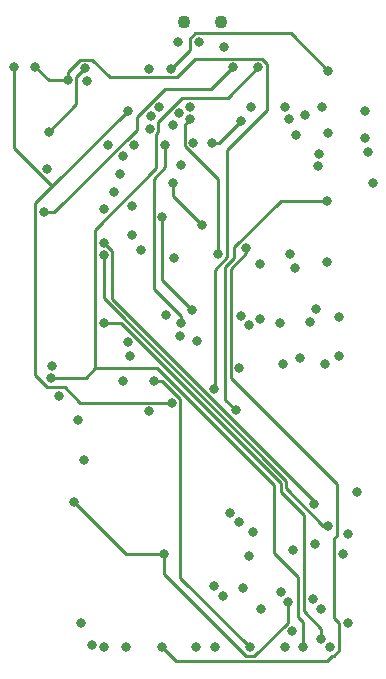
<source format=gbr>
%TF.GenerationSoftware,KiCad,Pcbnew,(6.0.2)*%
%TF.CreationDate,2022-09-17T11:41:15-05:00*%
%TF.ProjectId,REF2160,52454632-3136-4302-9e6b-696361645f70,rev?*%
%TF.SameCoordinates,Original*%
%TF.FileFunction,Copper,L2,Inr*%
%TF.FilePolarity,Positive*%
%FSLAX46Y46*%
G04 Gerber Fmt 4.6, Leading zero omitted, Abs format (unit mm)*
G04 Created by KiCad (PCBNEW (6.0.2)) date 2022-09-17 11:41:15*
%MOMM*%
%LPD*%
G01*
G04 APERTURE LIST*
%TA.AperFunction,ComponentPad*%
%ADD10C,1.100000*%
%TD*%
%TA.AperFunction,ViaPad*%
%ADD11C,0.800000*%
%TD*%
%TA.AperFunction,Conductor*%
%ADD12C,0.250000*%
%TD*%
G04 APERTURE END LIST*
D10*
%TO.N,N/C*%
%TO.C,J3*%
X153106000Y-71823000D03*
X150043835Y-71820600D03*
%TD*%
D11*
%TO.N,/USB.VCC*%
X162219900Y-75937900D03*
X148927300Y-75761300D03*
%TO.N,/USB.D-*%
X139444600Y-103485400D03*
X149520100Y-73494900D03*
%TO.N,/USB.D+*%
X151277100Y-73524600D03*
X141000000Y-105546000D03*
%TO.N,/GND*%
X162382600Y-124749800D03*
X161194900Y-96118700D03*
X154804300Y-96675200D03*
X143215000Y-87624500D03*
X141804500Y-76831700D03*
X153411100Y-73948500D03*
%TO.N,/PIC.RC0*%
X147080000Y-104770800D03*
X145745000Y-82225900D03*
%TO.N,/PIC.RC1*%
X138867000Y-100933200D03*
X138540200Y-81136200D03*
X141628000Y-75710900D03*
%TO.N,/PIC.RC2*%
X144819800Y-102175100D03*
%TO.N,/PIC.RB4*%
X145264700Y-98918000D03*
X145565400Y-89868400D03*
%TO.N,/PIC.RB6*%
X146394600Y-91090500D03*
X145412400Y-100046400D03*
%TO.N,/PIC.RC7*%
X149630200Y-98364900D03*
%TO.N,/PIC.RC6*%
X151119800Y-98773700D03*
%TO.N,/PIC.RC3*%
X149777800Y-97334000D03*
X148404600Y-82221200D03*
%TO.N,/PIC.RC4*%
X140160300Y-76743300D03*
X152528500Y-102839100D03*
X137386700Y-75590600D03*
%TO.N,/PIC.RC5*%
X148970100Y-104046300D03*
X145236500Y-79309000D03*
X135611300Y-75627300D03*
%TO.N,/PIC.CLKOUT*%
X148487900Y-96572700D03*
%TO.N,/VCC*%
X150660100Y-96165100D03*
X147097300Y-80826400D03*
X148171500Y-88331100D03*
X140657500Y-112419900D03*
X148333300Y-116858400D03*
X158800000Y-120900000D03*
%TO.N,/IRQ*%
X148133000Y-124752500D03*
X155300200Y-90951100D03*
%TO.N,/CLK*%
X147070600Y-75756300D03*
X141296700Y-122663100D03*
%TO.N,/Sys.CS1*%
X147924600Y-78993100D03*
X143266100Y-124748200D03*
%TO.N,/Sys.Reset*%
X147177900Y-79727800D03*
X145071000Y-124758800D03*
%TO.N,/Sys.CS2*%
X142259400Y-124521300D03*
X149610200Y-79537600D03*
%TO.N,/D0*%
X151057000Y-124740800D03*
X150524200Y-78989500D03*
%TO.N,/D1*%
X152889000Y-91480700D03*
X152620000Y-124716700D03*
X150542300Y-80060400D03*
%TO.N,/D2*%
X149043400Y-80552200D03*
X149130400Y-91767700D03*
%TO.N,/D3*%
X155602000Y-124754500D03*
X150812500Y-82016900D03*
X147469700Y-102226200D03*
%TO.N,/D4*%
X152347600Y-82054200D03*
X159152500Y-123328600D03*
X154867300Y-80159200D03*
%TO.N,/D5*%
X155689700Y-78984900D03*
X158600000Y-124733000D03*
%TO.N,/D6*%
X160115000Y-124761700D03*
X156310000Y-75656200D03*
X138754400Y-101933400D03*
%TO.N,/D7*%
X143215000Y-97304100D03*
X145565500Y-87395400D03*
X161630000Y-124061300D03*
%TO.N,/Cart.CS2*%
X156427000Y-92295200D03*
%TO.N,/Cart.Reset*%
X158991300Y-91488400D03*
%TO.N,/Cart.CS1*%
X159448000Y-92639600D03*
%TO.N,/XC.Vout*%
X141530000Y-108923800D03*
X138170400Y-87890800D03*
X154157700Y-75656000D03*
%TO.N,/Eon.A1*%
X164661000Y-111594600D03*
%TO.N,/Eon.A2*%
X163911100Y-115116100D03*
%TO.N,/Eon.A3*%
X163434900Y-116819600D03*
%TO.N,/Eon.A4*%
X163903000Y-122682300D03*
%TO.N,/Eon.A5*%
X161121900Y-116040600D03*
%TO.N,/Eon.A6*%
X161590000Y-121500000D03*
%TO.N,/Eon.A7*%
X162218100Y-114448600D03*
X143215000Y-91540600D03*
%TO.N,/Eon.A17*%
X160910101Y-120689899D03*
%TO.N,/Eon.A18*%
X161016700Y-112610700D03*
X143215000Y-90540400D03*
%TO.N,/Eon.WE*%
X158252857Y-120063555D03*
%TO.N,/Eon.A19*%
X156500000Y-121500000D03*
%TO.N,/Eon.A8*%
X153316600Y-120410900D03*
X144043000Y-86177000D03*
%TO.N,/Eon.A9*%
X155884000Y-115002200D03*
X149038800Y-85463400D03*
X151563700Y-89036600D03*
%TO.N,/Eon.A10*%
X155501800Y-116999800D03*
X144599100Y-84666500D03*
%TO.N,/Eon.A11*%
X138407900Y-84232000D03*
X155037500Y-119729800D03*
%TO.N,/Eon.A12*%
X154661000Y-114171400D03*
X149785000Y-83941300D03*
%TO.N,/Eon.A13*%
X144812900Y-83183600D03*
X153918000Y-113384900D03*
%TO.N,/Eon.A14*%
X152591500Y-119553100D03*
X143570500Y-82246000D03*
%TO.N,/Eon.DQ7*%
X155472700Y-97421200D03*
X158519700Y-78981000D03*
%TO.N,/Eon.DQ6*%
X156440500Y-96974400D03*
X158880300Y-79994200D03*
%TO.N,/Eon.DQ5*%
X160239000Y-79676900D03*
X158411700Y-100729700D03*
%TO.N,/Eon.DQ4*%
X159503600Y-81390300D03*
X158161000Y-97332000D03*
%TO.N,/Eon.DQ3*%
X161718500Y-78969100D03*
X159827100Y-100216100D03*
%TO.N,/Eon.DQ2*%
X165376500Y-79332000D03*
X161911000Y-100777200D03*
%TO.N,/Eon.DQ1*%
X160657000Y-97248500D03*
X161393400Y-84014200D03*
%TO.N,/Eon.DQ0*%
X162163100Y-81240800D03*
X163132800Y-96761600D03*
%TO.N,/Eon.OE*%
X163161000Y-100045500D03*
X165371300Y-81648000D03*
%TO.N,/Eon.CE*%
X161425700Y-83005000D03*
%TO.N,/Eon.A0*%
X165596400Y-82809300D03*
%TO.N,/Eon.A-1*%
X165975100Y-85471800D03*
%TO.N,/Eon.A16*%
X154676000Y-101122000D03*
%TO.N,/Eon.A15*%
X154422900Y-104692100D03*
X162137300Y-86937900D03*
%TO.N,/Eon.A20*%
X159241100Y-116493900D03*
X162109600Y-92089000D03*
%TD*%
D12*
%TO.N,/USB.VCC*%
X150552000Y-73204700D02*
X150552000Y-74136600D01*
X150552000Y-74136600D02*
X148927300Y-75761300D01*
X159057300Y-72775300D02*
X150981400Y-72775300D01*
X150981400Y-72775300D02*
X150552000Y-73204700D01*
X162219900Y-75937900D02*
X159057300Y-72775300D01*
%TO.N,/PIC.RC1*%
X140885400Y-76453500D02*
X140885400Y-78791000D01*
X140885400Y-78791000D02*
X138540200Y-81136200D01*
X141628000Y-75710900D02*
X140885400Y-76453500D01*
%TO.N,/PIC.RC3*%
X147442300Y-94390400D02*
X149777800Y-96725900D01*
X148404600Y-84097100D02*
X147442300Y-85059400D01*
X147442300Y-85059400D02*
X147442300Y-94390400D01*
X148404600Y-82221200D02*
X148404600Y-84097100D01*
X149777800Y-96725900D02*
X149777800Y-97334000D01*
%TO.N,/PIC.RC4*%
X156605300Y-74922000D02*
X157079600Y-75396300D01*
X153684400Y-82672900D02*
X153684400Y-91719200D01*
X141194200Y-74986400D02*
X142220200Y-74986400D01*
X140160300Y-76743300D02*
X140160300Y-76020300D01*
X152635400Y-92768200D02*
X152635400Y-102732300D01*
X142220200Y-74986400D02*
X143728200Y-76494400D01*
X150955900Y-74922000D02*
X156605300Y-74922000D01*
X152635300Y-102732300D02*
X152528500Y-102839100D01*
X140160300Y-76743300D02*
X138539400Y-76743300D01*
X140160300Y-76020300D02*
X141194200Y-74986400D01*
X157079600Y-79277700D02*
X153684400Y-82672900D01*
X152635400Y-102732300D02*
X152635300Y-102732300D01*
X138539400Y-76743300D02*
X137386700Y-75590600D01*
X153684400Y-91719200D02*
X152635400Y-92768200D01*
X143728200Y-76494400D02*
X149383500Y-76494400D01*
X149383500Y-76494400D02*
X150955900Y-74922000D01*
X157079600Y-75396300D02*
X157079600Y-79277700D01*
%TO.N,/PIC.RC5*%
X138820200Y-85725300D02*
X145236500Y-79309000D01*
X137400100Y-87145400D02*
X138820200Y-85725300D01*
X135611300Y-82516500D02*
X135611300Y-75627300D01*
X138435200Y-102709400D02*
X137400100Y-101674300D01*
X138820200Y-85725300D02*
X135611300Y-82516500D01*
X148970100Y-104046300D02*
X141230700Y-104046300D01*
X137400100Y-101674300D02*
X137400100Y-87145400D01*
X139893800Y-102709400D02*
X138435200Y-102709400D01*
X141230700Y-104046300D02*
X139893800Y-102709400D01*
%TO.N,/VCC*%
X148171500Y-93676500D02*
X150660100Y-96165100D01*
X158800000Y-120900000D02*
X158800000Y-122653000D01*
X148333300Y-118539400D02*
X148333300Y-116858400D01*
X148171500Y-88331100D02*
X148171500Y-93676500D01*
X155965400Y-125487600D02*
X155281500Y-125487600D01*
X155281500Y-125487600D02*
X148333300Y-118539400D01*
X158800000Y-122653000D02*
X155965400Y-125487600D01*
X148333300Y-116858400D02*
X145096000Y-116858400D01*
X145096000Y-116858400D02*
X140657500Y-112419900D01*
%TO.N,/IRQ*%
X162709900Y-118553905D02*
X162709900Y-115535695D01*
X149318200Y-125937700D02*
X162085200Y-125937700D01*
X163153800Y-122677500D02*
X162717900Y-122241600D01*
X162682905Y-125474800D02*
X163153800Y-125003905D01*
X162717900Y-118561905D02*
X162709900Y-118553905D01*
X153950800Y-101911600D02*
X153950800Y-92726000D01*
X162548100Y-125474800D02*
X162682905Y-125474800D01*
X155300200Y-91376600D02*
X155300200Y-90951100D01*
X153950800Y-92726000D02*
X155300200Y-91376600D01*
X162943100Y-115302495D02*
X162943100Y-110903900D01*
X162717900Y-122241600D02*
X162717900Y-118561905D01*
X162085200Y-125937700D02*
X162548100Y-125474800D01*
X162709900Y-115535695D02*
X162943100Y-115302495D01*
X163153800Y-125003905D02*
X163153800Y-122677500D01*
X162943100Y-110903900D02*
X153950800Y-101911600D01*
X148133000Y-124752500D02*
X149318200Y-125937700D01*
%TO.N,/D1*%
X150542300Y-80060400D02*
X150073200Y-80529500D01*
X150073200Y-82302900D02*
X152889000Y-85118700D01*
X152889000Y-85118700D02*
X152889000Y-91480700D01*
X150073200Y-80529500D02*
X150073200Y-82302900D01*
%TO.N,/D3*%
X149695200Y-118847700D02*
X149695200Y-103745900D01*
X155602000Y-124754500D02*
X149695200Y-118847700D01*
X148175500Y-102226200D02*
X147469700Y-102226200D01*
X149695200Y-103745900D02*
X148175500Y-102226200D01*
%TO.N,/D4*%
X154867300Y-80159200D02*
X152972300Y-82054200D01*
X152972300Y-82054200D02*
X152347600Y-82054200D01*
%TO.N,/D6*%
X147679500Y-84185500D02*
X147679500Y-81269700D01*
X153706400Y-78259800D02*
X156310000Y-75656200D01*
X160115000Y-124761700D02*
X160115000Y-122616800D01*
X160115000Y-122616800D02*
X159640800Y-122142600D01*
X157614500Y-111028600D02*
X147728500Y-101142600D01*
X149862500Y-78259800D02*
X153706400Y-78259800D01*
X138754400Y-101933400D02*
X141693900Y-101933400D01*
X159640800Y-118758500D02*
X157614500Y-116732200D01*
X147679500Y-81269700D02*
X147822400Y-81126800D01*
X147822400Y-80299900D02*
X149862500Y-78259800D01*
X159640800Y-122142600D02*
X159640800Y-118758500D01*
X147822400Y-81126800D02*
X147822400Y-80299900D01*
X142484700Y-89380300D02*
X147679500Y-84185500D01*
X142484700Y-101142600D02*
X142484700Y-89380300D01*
X147728500Y-101142600D02*
X142484700Y-101142600D01*
X141693900Y-101933400D02*
X142484700Y-101142600D01*
X157614500Y-116732200D02*
X157614500Y-111028600D01*
%TO.N,/D7*%
X161630000Y-124061300D02*
X161630000Y-123160000D01*
X161630000Y-123160000D02*
X160141000Y-121671000D01*
X160141000Y-121671000D02*
X160141000Y-113541300D01*
X144676300Y-97304100D02*
X143215000Y-97304100D01*
X158223600Y-110851400D02*
X144676300Y-97304100D01*
X160141000Y-113541300D02*
X158223600Y-111623900D01*
X158223600Y-111623900D02*
X158223600Y-110851400D01*
%TO.N,/XC.Vout*%
X152336900Y-77476800D02*
X154157700Y-75656000D01*
X145990000Y-80924200D02*
X145990000Y-79887900D01*
X138170400Y-87890800D02*
X139023400Y-87890800D01*
X148401100Y-77476800D02*
X152336900Y-77476800D01*
X139023400Y-87890800D02*
X145990000Y-80924200D01*
X145990000Y-79887900D02*
X148401100Y-77476800D01*
%TO.N,/Eon.A7*%
X158673700Y-110665000D02*
X143215000Y-95206300D01*
X162218100Y-114448600D02*
X161820100Y-114448600D01*
X161820100Y-114448600D02*
X158673700Y-111302200D01*
X143215000Y-95206300D02*
X143215000Y-91540600D01*
X158673700Y-111302200D02*
X158673700Y-110665000D01*
%TO.N,/Eon.A18*%
X143940100Y-91235000D02*
X143245500Y-90540400D01*
X143940100Y-95294800D02*
X143940100Y-91235000D01*
X161016700Y-112371400D02*
X143940100Y-95294800D01*
X143245500Y-90540400D02*
X143215000Y-90540400D01*
X161016700Y-112610700D02*
X161016700Y-112371400D01*
%TO.N,/Eon.A9*%
X149038800Y-86511700D02*
X149038800Y-85463400D01*
X151563700Y-89036600D02*
X149038800Y-86511700D01*
%TO.N,/Eon.A15*%
X154280000Y-90892400D02*
X154280000Y-91760200D01*
X162137300Y-86937900D02*
X158234500Y-86937900D01*
X158234500Y-86937900D02*
X154280000Y-90892400D01*
X154280000Y-91760200D02*
X153500700Y-92539500D01*
X153500700Y-92539500D02*
X153500700Y-103769900D01*
X153500700Y-103769900D02*
X154422900Y-104692100D01*
%TD*%
M02*

</source>
